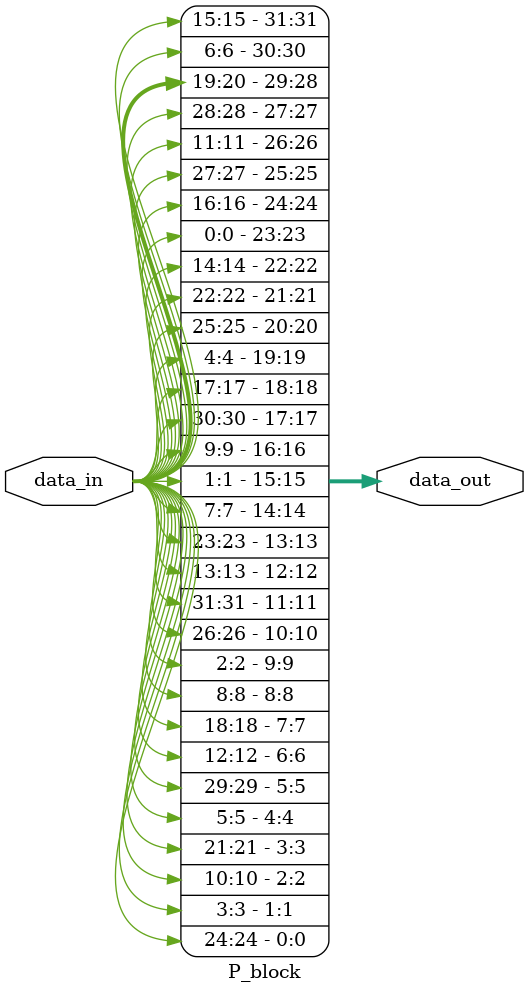
<source format=v>
module P_block(
input [0 : 31] data_in,
output [0 : 31] data_out);

assign data_out [0] = data_in [15];
assign data_out [1] = data_in [6];
assign data_out [2] = data_in [19];
assign data_out [3] = data_in [20];

assign data_out [4] = data_in [28];
assign data_out [5] = data_in [11];
assign data_out [6] = data_in [27];
assign data_out [7] = data_in [16];

assign data_out [8] = data_in [0];
assign data_out [9] = data_in [14];
assign data_out [10] = data_in [22];
assign data_out [11] = data_in [25];

assign data_out [12] = data_in [4];
assign data_out [13] = data_in [17];
assign data_out [14] = data_in [30];
assign data_out [15] = data_in [9];

assign data_out [16] = data_in [1];
assign data_out [17] = data_in [7];
assign data_out [18] = data_in [23];
assign data_out [19] = data_in [13];

assign data_out [20] = data_in [31];
assign data_out [21] = data_in [26];
assign data_out [22] = data_in [2];
assign data_out [23] = data_in [8];

assign data_out [24] = data_in [18];
assign data_out [25] = data_in [12];
assign data_out [26] = data_in [29];
assign data_out [27] = data_in [5];

assign data_out [28] = data_in [21];
assign data_out [29] = data_in [10];
assign data_out [30] = data_in [3];
assign data_out [31] = data_in [24];

endmodule
</source>
